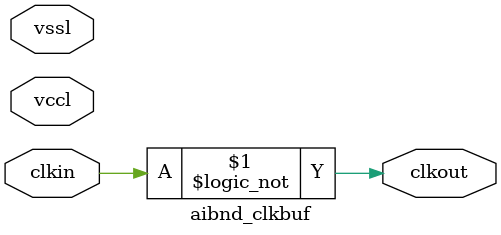
<source format=v>


module aibnd_clkbuf ( clkout, vccl, vssl, clkin );

output  clkout;

inout  vccl, vssl;

input  clkin;

wire clkin, clkout; // Conversion Sript Generated

assign clkout = !clkin;

endmodule


</source>
